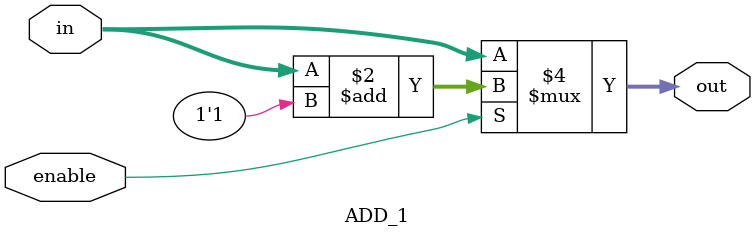
<source format=v>
module ADD_1 (enable, in, out);

input [15:0] in;
input enable;
output reg [15:0] out;

always @(*) begin
	if(enable)
		out = in + 1'b1;
	else
		out = in;
end

endmodule
</source>
